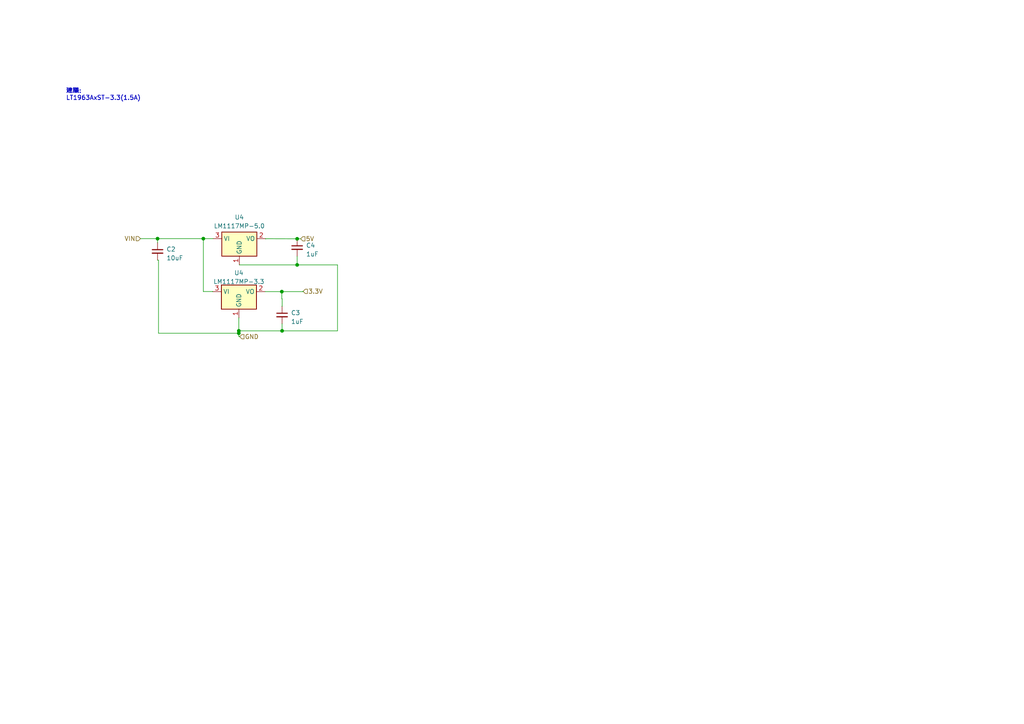
<source format=kicad_sch>
(kicad_sch (version 20230121) (generator eeschema)

  (uuid 0a41d7af-e441-4f9d-bcf3-5f363e8cbc8f)

  (paper "A4")

  (title_block
    (title "Ble Midi")
  )

  (lib_symbols
    (symbol "Device:C_Small" (pin_numbers hide) (pin_names (offset 0.254) hide) (in_bom yes) (on_board yes)
      (property "Reference" "C" (at 0.254 1.778 0)
        (effects (font (size 1.27 1.27)) (justify left))
      )
      (property "Value" "C_Small" (at 0.254 -2.032 0)
        (effects (font (size 1.27 1.27)) (justify left))
      )
      (property "Footprint" "" (at 0 0 0)
        (effects (font (size 1.27 1.27)) hide)
      )
      (property "Datasheet" "~" (at 0 0 0)
        (effects (font (size 1.27 1.27)) hide)
      )
      (property "ki_keywords" "capacitor cap" (at 0 0 0)
        (effects (font (size 1.27 1.27)) hide)
      )
      (property "ki_description" "Unpolarized capacitor, small symbol" (at 0 0 0)
        (effects (font (size 1.27 1.27)) hide)
      )
      (property "ki_fp_filters" "C_*" (at 0 0 0)
        (effects (font (size 1.27 1.27)) hide)
      )
      (symbol "C_Small_0_1"
        (polyline
          (pts
            (xy -1.524 -0.508)
            (xy 1.524 -0.508)
          )
          (stroke (width 0.3302) (type default))
          (fill (type none))
        )
        (polyline
          (pts
            (xy -1.524 0.508)
            (xy 1.524 0.508)
          )
          (stroke (width 0.3048) (type default))
          (fill (type none))
        )
      )
      (symbol "C_Small_1_1"
        (pin passive line (at 0 2.54 270) (length 2.032)
          (name "~" (effects (font (size 1.27 1.27))))
          (number "1" (effects (font (size 1.27 1.27))))
        )
        (pin passive line (at 0 -2.54 90) (length 2.032)
          (name "~" (effects (font (size 1.27 1.27))))
          (number "2" (effects (font (size 1.27 1.27))))
        )
      )
    )
    (symbol "Regulator_Linear:LM1117MP-3.3" (in_bom yes) (on_board yes)
      (property "Reference" "U" (at -3.81 3.175 0)
        (effects (font (size 1.27 1.27)))
      )
      (property "Value" "LM1117MP-3.3" (at 0 3.175 0)
        (effects (font (size 1.27 1.27)) (justify left))
      )
      (property "Footprint" "Package_TO_SOT_SMD:SOT-223-3_TabPin2" (at 0 0 0)
        (effects (font (size 1.27 1.27)) hide)
      )
      (property "Datasheet" "http://www.ti.com/lit/ds/symlink/lm1117.pdf" (at 0 0 0)
        (effects (font (size 1.27 1.27)) hide)
      )
      (property "ki_keywords" "linear regulator ldo fixed positive" (at 0 0 0)
        (effects (font (size 1.27 1.27)) hide)
      )
      (property "ki_description" "800mA Low-Dropout Linear Regulator, 3.3V fixed output, SOT-223" (at 0 0 0)
        (effects (font (size 1.27 1.27)) hide)
      )
      (property "ki_fp_filters" "SOT?223*" (at 0 0 0)
        (effects (font (size 1.27 1.27)) hide)
      )
      (symbol "LM1117MP-3.3_0_1"
        (rectangle (start -5.08 -5.08) (end 5.08 1.905)
          (stroke (width 0.254) (type default))
          (fill (type background))
        )
      )
      (symbol "LM1117MP-3.3_1_1"
        (pin power_in line (at 0 -7.62 90) (length 2.54)
          (name "GND" (effects (font (size 1.27 1.27))))
          (number "1" (effects (font (size 1.27 1.27))))
        )
        (pin power_out line (at 7.62 0 180) (length 2.54)
          (name "VO" (effects (font (size 1.27 1.27))))
          (number "2" (effects (font (size 1.27 1.27))))
        )
        (pin power_in line (at -7.62 0 0) (length 2.54)
          (name "VI" (effects (font (size 1.27 1.27))))
          (number "3" (effects (font (size 1.27 1.27))))
        )
      )
    )
    (symbol "Regulator_Linear:LM1117MP-5.0" (in_bom yes) (on_board yes)
      (property "Reference" "U" (at -3.81 3.175 0)
        (effects (font (size 1.27 1.27)))
      )
      (property "Value" "LM1117MP-5.0" (at 0 3.175 0)
        (effects (font (size 1.27 1.27)) (justify left))
      )
      (property "Footprint" "Package_TO_SOT_SMD:SOT-223-3_TabPin2" (at 0 0 0)
        (effects (font (size 1.27 1.27)) hide)
      )
      (property "Datasheet" "http://www.ti.com/lit/ds/symlink/lm1117.pdf" (at 0 0 0)
        (effects (font (size 1.27 1.27)) hide)
      )
      (property "ki_keywords" "linear regulator ldo fixed positive" (at 0 0 0)
        (effects (font (size 1.27 1.27)) hide)
      )
      (property "ki_description" "800mA Low-Dropout Linear Regulator, 5.0V fixed output, SOT-223" (at 0 0 0)
        (effects (font (size 1.27 1.27)) hide)
      )
      (property "ki_fp_filters" "SOT?223*" (at 0 0 0)
        (effects (font (size 1.27 1.27)) hide)
      )
      (symbol "LM1117MP-5.0_0_1"
        (rectangle (start -5.08 -5.08) (end 5.08 1.905)
          (stroke (width 0.254) (type default))
          (fill (type background))
        )
      )
      (symbol "LM1117MP-5.0_1_1"
        (pin power_in line (at 0 -7.62 90) (length 2.54)
          (name "GND" (effects (font (size 1.27 1.27))))
          (number "1" (effects (font (size 1.27 1.27))))
        )
        (pin power_out line (at 7.62 0 180) (length 2.54)
          (name "VO" (effects (font (size 1.27 1.27))))
          (number "2" (effects (font (size 1.27 1.27))))
        )
        (pin power_in line (at -7.62 0 0) (length 2.54)
          (name "VI" (effects (font (size 1.27 1.27))))
          (number "3" (effects (font (size 1.27 1.27))))
        )
      )
    )
  )


  (junction (at 58.9788 69.215) (diameter 0) (color 0 0 0 0)
    (uuid 3f05b72f-7f23-4422-8bc1-d59161069e70)
  )
  (junction (at 81.8134 95.9612) (diameter 0) (color 0 0 0 0)
    (uuid 53c092be-c9ab-40c3-90fe-20d050e41200)
  )
  (junction (at 81.7372 84.582) (diameter 0) (color 0 0 0 0)
    (uuid 780a2c0b-79d5-44e0-8a6c-b5f41081217c)
  )
  (junction (at 86.1822 76.835) (diameter 0) (color 0 0 0 0)
    (uuid 8330e95d-5792-4413-a66d-6448fa33f91d)
  )
  (junction (at 69.2658 96.647) (diameter 0) (color 0 0 0 0)
    (uuid ad8adb3b-bb73-4b41-84b4-e44170cd766b)
  )
  (junction (at 69.2658 95.9612) (diameter 0) (color 0 0 0 0)
    (uuid c74a9d7d-09da-432b-a2a2-42a4f2bc93f2)
  )
  (junction (at 86.1822 69.2658) (diameter 0) (color 0 0 0 0)
    (uuid dcb9bb58-b736-49d3-8016-b35ad9deef2e)
  )
  (junction (at 45.6946 69.215) (diameter 0) (color 0 0 0 0)
    (uuid efded0b9-58bc-43ec-b826-6f2ad7af51ce)
  )

  (wire (pts (xy 58.9788 69.215) (xy 58.9788 84.5566))
    (stroke (width 0) (type default))
    (uuid 009a124b-1a31-46b3-8534-b1cb7fff7af6)
  )
  (wire (pts (xy 97.8916 76.835) (xy 97.8916 95.9612))
    (stroke (width 0) (type default))
    (uuid 03571578-3351-4da1-8ad6-7afd66ec1082)
  )
  (wire (pts (xy 40.7416 69.215) (xy 45.6946 69.215))
    (stroke (width 0) (type default))
    (uuid 0ae42a5d-5caa-4dbc-9c95-7f70051149e6)
  )
  (wire (pts (xy 81.8134 88.8238) (xy 81.8134 88.7984))
    (stroke (width 0) (type default))
    (uuid 0c271cec-a0a8-4fed-b4f8-50cd2ae6bbd1)
  )
  (wire (pts (xy 81.8134 88.7984) (xy 81.8388 88.7984))
    (stroke (width 0) (type default))
    (uuid 12833a31-62de-4470-9329-ea8be68097b5)
  )
  (wire (pts (xy 81.8134 95.9612) (xy 97.8916 95.9612))
    (stroke (width 0) (type default))
    (uuid 171a3fb2-7e95-461e-9be4-649eea36ffc0)
  )
  (wire (pts (xy 86.1822 74.3458) (xy 86.1822 76.835))
    (stroke (width 0) (type default))
    (uuid 2c4ed0c4-2af4-401f-a2d3-0fdf03c4f63c)
  )
  (wire (pts (xy 69.5198 97.663) (xy 69.5198 97.5868))
    (stroke (width 0) (type default))
    (uuid 2d8b161b-e201-4ef0-944e-1979ce1ff25b)
  )
  (wire (pts (xy 86.1822 69.2658) (xy 87.1982 69.2658))
    (stroke (width 0) (type default))
    (uuid 33d171ab-b240-4bd9-9ed0-51a63a8baa3c)
  )
  (wire (pts (xy 81.7372 84.582) (xy 81.7372 86.6648))
    (stroke (width 0) (type default))
    (uuid 3fb4ea33-8765-4af1-a795-ef69d04e9fd9)
  )
  (wire (pts (xy 45.974 96.647) (xy 69.2658 96.647))
    (stroke (width 0) (type default))
    (uuid 41cef9db-2819-48f7-9e75-764bca032696)
  )
  (wire (pts (xy 81.8134 93.9038) (xy 81.8134 95.9612))
    (stroke (width 0) (type default))
    (uuid 49fef61c-ce50-42a0-805d-e821fa23a5a8)
  )
  (wire (pts (xy 87.9094 84.5058) (xy 87.884 84.5058))
    (stroke (width 0) (type default))
    (uuid 557ac94c-8a47-4eab-9010-9ab18026407a)
  )
  (wire (pts (xy 61.6458 84.582) (xy 61.6458 84.5566))
    (stroke (width 0) (type default))
    (uuid 557ae8e9-207a-4357-a0bb-1c33a617d604)
  )
  (wire (pts (xy 69.2658 96.647) (xy 69.2658 95.9612))
    (stroke (width 0) (type default))
    (uuid 582e7594-6009-48d2-b0bc-673947b1fb64)
  )
  (wire (pts (xy 61.6458 84.5566) (xy 58.9788 84.5566))
    (stroke (width 0) (type default))
    (uuid 58e2256e-b3c8-4adf-8271-d2f4a1d595bc)
  )
  (wire (pts (xy 69.2658 96.647) (xy 69.2658 97.5868))
    (stroke (width 0) (type default))
    (uuid 5933ac30-4605-4aa5-92ae-aa320c756d16)
  )
  (wire (pts (xy 87.884 84.582) (xy 81.7372 84.582))
    (stroke (width 0) (type default))
    (uuid 5eed90e2-0bf2-4fa6-b44e-9a5b7896cb21)
  )
  (wire (pts (xy 69.2658 95.9612) (xy 81.8134 95.9612))
    (stroke (width 0) (type default))
    (uuid 6adaf6bd-f1dc-42b2-a139-0e326d0b2a3f)
  )
  (wire (pts (xy 61.6458 84.582) (xy 61.6712 84.582))
    (stroke (width 0) (type default))
    (uuid 7509ab11-2f6d-48f6-bfaa-9807f3a0707f)
  )
  (wire (pts (xy 81.7372 86.6648) (xy 81.8388 86.6648))
    (stroke (width 0) (type default))
    (uuid 7cd1e88b-039a-4d94-917b-c2dccf7f46bb)
  )
  (wire (pts (xy 45.6946 69.215) (xy 58.9788 69.215))
    (stroke (width 0) (type default))
    (uuid 7f46fcdf-126b-41cb-9ef4-4110be3144bd)
  )
  (wire (pts (xy 45.6946 75.4634) (xy 45.974 75.4634))
    (stroke (width 0) (type default))
    (uuid 850290b4-e5de-4255-b882-3fda6b125af1)
  )
  (wire (pts (xy 77.089 69.2404) (xy 77.089 69.2912))
    (stroke (width 0) (type default))
    (uuid 88c3da6b-4250-408d-9cc9-593e10094b5f)
  )
  (wire (pts (xy 69.2658 92.202) (xy 69.2912 92.202))
    (stroke (width 0) (type default))
    (uuid 90985ce7-5905-4be5-b519-4eda4e694824)
  )
  (wire (pts (xy 77.089 69.2912) (xy 77.0382 69.2912))
    (stroke (width 0) (type default))
    (uuid 9412e823-e204-433c-b7e0-cf2b5f202b9c)
  )
  (wire (pts (xy 45.6946 70.3834) (xy 45.6946 69.215))
    (stroke (width 0) (type default))
    (uuid 983ac3d8-5a2e-4437-8f47-26b7fd01a551)
  )
  (wire (pts (xy 69.5198 97.5868) (xy 69.2658 97.5868))
    (stroke (width 0) (type default))
    (uuid a390d134-e9d2-4399-90fa-f5a6c5fa0edf)
  )
  (wire (pts (xy 81.7372 84.582) (xy 76.9112 84.582))
    (stroke (width 0) (type default))
    (uuid b22f0042-e605-4e68-81e7-e2fdd3fc93c1)
  )
  (wire (pts (xy 81.8388 88.7984) (xy 81.8388 86.6648))
    (stroke (width 0) (type default))
    (uuid b2afa0c5-5a5d-4274-8ab4-1d6d32afa0b5)
  )
  (wire (pts (xy 86.1822 69.2658) (xy 77.089 69.2404))
    (stroke (width 0) (type default))
    (uuid c39df271-0854-48eb-b06b-a2c61938a98d)
  )
  (wire (pts (xy 58.9788 69.215) (xy 61.7982 69.215))
    (stroke (width 0) (type default))
    (uuid c47d3e2e-b6a3-45a2-a5c8-e8a14a83404c)
  )
  (wire (pts (xy 45.974 75.4634) (xy 45.974 96.647))
    (stroke (width 0) (type default))
    (uuid c81ad511-a2f2-4001-80e1-8b5e0fa0fa95)
  )
  (wire (pts (xy 69.2658 95.9612) (xy 69.2658 92.202))
    (stroke (width 0) (type default))
    (uuid d32e34c5-833a-436c-95f1-6a6957945a2b)
  )
  (wire (pts (xy 86.1822 76.835) (xy 97.8916 76.835))
    (stroke (width 0) (type default))
    (uuid dc28a825-e1e8-4725-9a0d-0b36b9b36f8d)
  )
  (wire (pts (xy 77.0382 69.2912) (xy 77.0382 69.215))
    (stroke (width 0) (type default))
    (uuid e43d950c-dc5c-40e9-b40d-3cfd6270ff8c)
  )
  (wire (pts (xy 69.4182 76.835) (xy 86.1822 76.835))
    (stroke (width 0) (type default))
    (uuid e98a7899-7c0f-4328-b458-75e151db5547)
  )
  (wire (pts (xy 87.884 84.5058) (xy 87.884 84.582))
    (stroke (width 0) (type default))
    (uuid ead22fb7-67f1-446d-80a3-70fdf2168b9e)
  )

  (text "建議:\nLT1963AxST-3.3(1.5A)\n" (at 19.1262 29.2862 0)
    (effects (font (size 1.27 1.27)) (justify left bottom))
    (uuid becd6ae6-cc9b-47bc-b25b-2cee6a769012)
  )
  (text "建議:\nLT1963AxST-3.3(1.5A)\n" (at 19.1262 29.2862 0)
    (effects (font (size 1.27 1.27)) (justify left bottom))
    (uuid becd6ae6-cc9b-47bc-b25b-2cee6a769012)
  )

  (hierarchical_label "GND" (shape input) (at 69.5198 97.663 0) (fields_autoplaced)
    (effects (font (size 1.27 1.27)) (justify left))
    (uuid 8c397030-66f6-48de-acb2-c9e1c1b92427)
  )
  (hierarchical_label "5V" (shape input) (at 87.1982 69.2658 0) (fields_autoplaced)
    (effects (font (size 1.27 1.27)) (justify left))
    (uuid c5253af1-21b2-445d-a32e-be64d35ba1c7)
  )
  (hierarchical_label "VIN" (shape input) (at 40.7416 69.215 180) (fields_autoplaced)
    (effects (font (size 1.27 1.27)) (justify right))
    (uuid e47c7145-0781-460f-ae24-b4c64156def9)
  )
  (hierarchical_label "3.3V" (shape input) (at 87.9094 84.5058 0) (fields_autoplaced)
    (effects (font (size 1.27 1.27)) (justify left))
    (uuid e5850f92-0a61-4e1b-b147-22f9f5dd2257)
  )

  (symbol (lib_id "Device:C_Small") (at 81.8134 91.3638 0) (unit 1)
    (in_bom yes) (on_board yes) (dnp no) (fields_autoplaced)
    (uuid 5de8ef35-5ca5-48e8-9e3e-aaac14ffc9d1)
    (property "Reference" "C3" (at 84.3788 90.7351 0)
      (effects (font (size 1.27 1.27)) (justify left))
    )
    (property "Value" "1uF" (at 84.3788 93.2751 0)
      (effects (font (size 1.27 1.27)) (justify left))
    )
    (property "Footprint" "Capacitor_SMD:C_0603_1608Metric" (at 81.8134 91.3638 0)
      (effects (font (size 1.27 1.27)) hide)
    )
    (property "Datasheet" "~" (at 81.8134 91.3638 0)
      (effects (font (size 1.27 1.27)) hide)
    )
    (pin "1" (uuid d1c771cb-8a32-42b0-afae-3369b74fc78d))
    (pin "2" (uuid e14635f2-94b5-4a6b-a180-c7b7b2b134a6))
    (instances
      (project "Water_Flowering_hardware"
        (path "/2430d23c-7a32-4c0f-92aa-bc816bceade1/8bc4e625-d422-4098-b0b9-158cfa4a8188"
          (reference "C3") (unit 1)
        )
      )
    )
  )

  (symbol (lib_id "Device:C_Small") (at 86.1822 71.8058 0) (unit 1)
    (in_bom yes) (on_board yes) (dnp no) (fields_autoplaced)
    (uuid 62cba1a3-f854-4291-be58-e8a3b7240a06)
    (property "Reference" "C2" (at 88.7476 71.1771 0)
      (effects (font (size 1.27 1.27)) (justify left))
    )
    (property "Value" "1uF" (at 88.7476 73.7171 0)
      (effects (font (size 1.27 1.27)) (justify left))
    )
    (property "Footprint" "Capacitor_SMD:C_0603_1608Metric" (at 86.1822 71.8058 0)
      (effects (font (size 1.27 1.27)) hide)
    )
    (property "Datasheet" "~" (at 86.1822 71.8058 0)
      (effects (font (size 1.27 1.27)) hide)
    )
    (pin "1" (uuid 788ab2ec-083d-4659-b1d1-cf6511eeb410))
    (pin "2" (uuid d6ec3272-d87c-4c51-8f66-c4e9bf9fa9b1))
    (instances
      (project "Water_Flowering_hardware"
        (path "/2430d23c-7a32-4c0f-92aa-bc816bceade1/8bc4e625-d422-4098-b0b9-158cfa4a8188"
          (reference "C4") (unit 1)
        )
      )
    )
  )

  (symbol (lib_id "Regulator_Linear:LM1117MP-5.0") (at 69.4182 69.215 0) (unit 1)
    (in_bom yes) (on_board yes) (dnp no) (fields_autoplaced)
    (uuid 91709a48-f6c4-4106-a0d8-c100c10386ad)
    (property "Reference" "U5" (at 69.4182 63.0174 0)
      (effects (font (size 1.27 1.27)))
    )
    (property "Value" "LM1117MP-5.0" (at 69.4182 65.5574 0)
      (effects (font (size 1.27 1.27)))
    )
    (property "Footprint" "Package_TO_SOT_SMD:SOT-223-3_TabPin2" (at 69.4182 69.215 0)
      (effects (font (size 1.27 1.27)) hide)
    )
    (property "Datasheet" "http://www.ti.com/lit/ds/symlink/lm1117.pdf" (at 69.4182 69.215 0)
      (effects (font (size 1.27 1.27)) hide)
    )
    (pin "1" (uuid 0c98157a-2bed-42ef-8157-54993e49a394))
    (pin "2" (uuid cb1164d4-6eae-48ac-b5a5-2915aa069b75))
    (pin "3" (uuid 60606ea7-f474-44d6-9b33-605a373b7c86))
    (instances
      (project "Water_Flowering_hardware"
        (path "/2430d23c-7a32-4c0f-92aa-bc816bceade1/8bc4e625-d422-4098-b0b9-158cfa4a8188"
          (reference "U4") (unit 1)
        )
      )
    )
  )

  (symbol (lib_id "Device:C_Small") (at 45.6946 72.9234 0) (unit 1)
    (in_bom yes) (on_board yes) (dnp no) (fields_autoplaced)
    (uuid 93656d48-e57d-4660-b9a4-dca61d3029c1)
    (property "Reference" "C1" (at 48.26 72.2947 0)
      (effects (font (size 1.27 1.27)) (justify left))
    )
    (property "Value" "10uF" (at 48.26 74.8347 0)
      (effects (font (size 1.27 1.27)) (justify left))
    )
    (property "Footprint" "Capacitor_SMD:C_0603_1608Metric" (at 45.6946 72.9234 0)
      (effects (font (size 1.27 1.27)) hide)
    )
    (property "Datasheet" "~" (at 45.6946 72.9234 0)
      (effects (font (size 1.27 1.27)) hide)
    )
    (pin "1" (uuid af81d6cb-d16a-4ee7-8a1c-1b6a19fd94c0))
    (pin "2" (uuid 91660385-f043-4f9e-b4aa-163d00eb80c0))
    (instances
      (project "Water_Flowering_hardware"
        (path "/2430d23c-7a32-4c0f-92aa-bc816bceade1/8bc4e625-d422-4098-b0b9-158cfa4a8188"
          (reference "C2") (unit 1)
        )
      )
    )
  )

  (symbol (lib_id "Regulator_Linear:LM1117MP-3.3") (at 69.2912 84.582 0) (unit 1)
    (in_bom yes) (on_board yes) (dnp no) (fields_autoplaced)
    (uuid ff088f39-924a-45fc-85c5-dbe038346298)
    (property "Reference" "U4" (at 69.2912 79.1464 0)
      (effects (font (size 1.27 1.27)))
    )
    (property "Value" "LM1117MP-3.3" (at 69.2912 81.6864 0)
      (effects (font (size 1.27 1.27)))
    )
    (property "Footprint" "Package_TO_SOT_SMD:SOT-223-3_TabPin2" (at 69.2912 84.582 0)
      (effects (font (size 1.27 1.27)) hide)
    )
    (property "Datasheet" "http://www.ti.com/lit/ds/symlink/lm1117.pdf" (at 69.2912 84.582 0)
      (effects (font (size 1.27 1.27)) hide)
    )
    (pin "1" (uuid 49adf96a-e434-47ce-b713-55fa59987e4e))
    (pin "2" (uuid 43026955-fdfb-4087-85fa-cafa0fe8bfe4))
    (pin "3" (uuid d6da8efd-d32c-4a78-b254-ec50f5c4a194))
    (instances
      (project "Water_Flowering_hardware"
        (path "/2430d23c-7a32-4c0f-92aa-bc816bceade1"
          (reference "U4") (unit 1)
        )
        (path "/2430d23c-7a32-4c0f-92aa-bc816bceade1/8bc4e625-d422-4098-b0b9-158cfa4a8188"
          (reference "U3") (unit 1)
        )
      )
    )
  )
)

</source>
